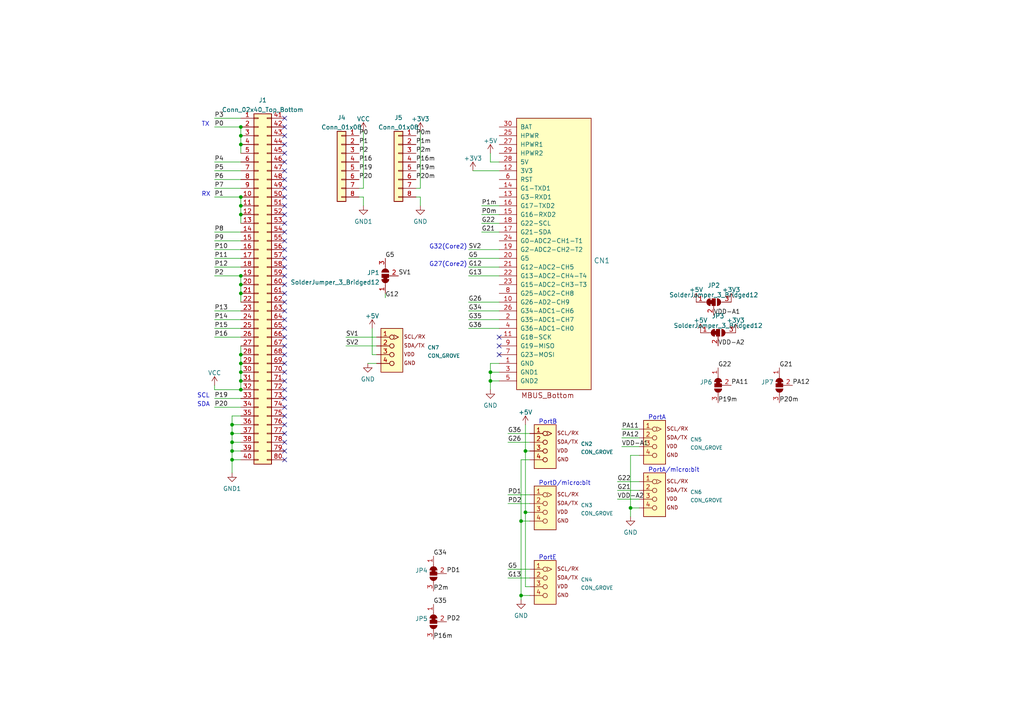
<source format=kicad_sch>
(kicad_sch (version 20211123) (generator eeschema)
  (paper "A4")
  (lib_symbols
    (symbol "Connector_Generic:Conn_01x08" (pin_names (offset 1.016) hide)
      (property "Reference" "J" (at 0 10.16 0))
      (property "Value" "Conn_01x08" (at 0 -12.7 0))
      (symbol "Conn_01x08_1_1"
        (rectangle (start -1.27 -10.033) (end 0 -10.287) (stroke (width 0.1524)))
        (rectangle (start -1.27 -7.493) (end 0 -7.747) (stroke (width 0.1524)))
        (rectangle (start -1.27 -4.953) (end 0 -5.207) (stroke (width 0.1524)))
        (rectangle (start -1.27 -2.413) (end 0 -2.667) (stroke (width 0.1524)))
        (rectangle (start -1.27 0.127) (end 0 -0.127) (stroke (width 0.1524)))
        (rectangle (start -1.27 2.667) (end 0 2.413) (stroke (width 0.1524)))
        (rectangle (start -1.27 5.207) (end 0 4.953) (stroke (width 0.1524)))
        (rectangle (start -1.27 7.747) (end 0 7.493) (stroke (width 0.1524)))
        (rectangle (start -1.27 8.89) (end 1.27 -11.43) (stroke (width 0.254)) (fill (type background)))
        (pin passive line (at -5.08 7.62 0) (length 3.81) (name "Pin_1") (number "1"))
        (pin passive line (at -5.08 5.08 0) (length 3.81) (name "Pin_2") (number "2"))
        (pin passive line (at -5.08 2.54 0) (length 3.81) (name "Pin_3") (number "3"))
        (pin passive line (at -5.08 0 0) (length 3.81) (name "Pin_4") (number "4"))
        (pin passive line (at -5.08 -2.54 0) (length 3.81) (name "Pin_5") (number "5"))
        (pin passive line (at -5.08 -5.08 0) (length 3.81) (name "Pin_6") (number "6"))
        (pin passive line (at -5.08 -7.62 0) (length 3.81) (name "Pin_7") (number "7"))
        (pin passive line (at -5.08 -10.16 0) (length 3.81) (name "Pin_8") (number "8"))
      )
    )
    (symbol "Connector_Generic:Conn_02x40_Top_Bottom" (pin_names (offset 1.016) hide)
      (property "Reference" "J" (at 1.27 50.8 0))
      (property "Value" "Conn_02x40_Top_Bottom" (at 1.27 -53.34 0))
      (symbol "Conn_02x40_Top_Bottom_1_1"
        (rectangle (start -1.27 -50.673) (end 0 -50.927) (stroke (width 0.1524)))
        (rectangle (start -1.27 -48.133) (end 0 -48.387) (stroke (width 0.1524)))
        (rectangle (start -1.27 -45.593) (end 0 -45.847) (stroke (width 0.1524)))
        (rectangle (start -1.27 -43.053) (end 0 -43.307) (stroke (width 0.1524)))
        (rectangle (start -1.27 -40.513) (end 0 -40.767) (stroke (width 0.1524)))
        (rectangle (start -1.27 -37.973) (end 0 -38.227) (stroke (width 0.1524)))
        (rectangle (start -1.27 -35.433) (end 0 -35.687) (stroke (width 0.1524)))
        (rectangle (start -1.27 -32.893) (end 0 -33.147) (stroke (width 0.1524)))
        (rectangle (start -1.27 -30.353) (end 0 -30.607) (stroke (width 0.1524)))
        (rectangle (start -1.27 -27.813) (end 0 -28.067) (stroke (width 0.1524)))
        (rectangle (start -1.27 -25.273) (end 0 -25.527) (stroke (width 0.1524)))
        (rectangle (start -1.27 -22.733) (end 0 -22.987) (stroke (width 0.1524)))
        (rectangle (start -1.27 -20.193) (end 0 -20.447) (stroke (width 0.1524)))
        (rectangle (start -1.27 -17.653) (end 0 -17.907) (stroke (width 0.1524)))
        (rectangle (start -1.27 -15.113) (end 0 -15.367) (stroke (width 0.1524)))
        (rectangle (start -1.27 -12.573) (end 0 -12.827) (stroke (width 0.1524)))
        (rectangle (start -1.27 -10.033) (end 0 -10.287) (stroke (width 0.1524)))
        (rectangle (start -1.27 -7.493) (end 0 -7.747) (stroke (width 0.1524)))
        (rectangle (start -1.27 -4.953) (end 0 -5.207) (stroke (width 0.1524)))
        (rectangle (start -1.27 -2.413) (end 0 -2.667) (stroke (width 0.1524)))
        (rectangle (start -1.27 0.127) (end 0 -0.127) (stroke (width 0.1524)))
        (rectangle (start -1.27 2.667) (end 0 2.413) (stroke (width 0.1524)))
        (rectangle (start -1.27 5.207) (end 0 4.953) (stroke (width 0.1524)))
        (rectangle (start -1.27 7.747) (end 0 7.493) (stroke (width 0.1524)))
        (rectangle (start -1.27 10.287) (end 0 10.033) (stroke (width 0.1524)))
        (rectangle (start -1.27 12.827) (end 0 12.573) (stroke (width 0.1524)))
        (rectangle (start -1.27 15.367) (end 0 15.113) (stroke (width 0.1524)))
        (rectangle (start -1.27 17.907) (end 0 17.653) (stroke (width 0.1524)))
        (rectangle (start -1.27 20.447) (end 0 20.193) (stroke (width 0.1524)))
        (rectangle (start -1.27 22.987) (end 0 22.733) (stroke (width 0.1524)))
        (rectangle (start -1.27 25.527) (end 0 25.273) (stroke (width 0.1524)))
        (rectangle (start -1.27 28.067) (end 0 27.813) (stroke (width 0.1524)))
        (rectangle (start -1.27 30.607) (end 0 30.353) (stroke (width 0.1524)))
        (rectangle (start -1.27 33.147) (end 0 32.893) (stroke (width 0.1524)))
        (rectangle (start -1.27 35.687) (end 0 35.433) (stroke (width 0.1524)))
        (rectangle (start -1.27 38.227) (end 0 37.973) (stroke (width 0.1524)))
        (rectangle (start -1.27 40.767) (end 0 40.513) (stroke (width 0.1524)))
        (rectangle (start -1.27 43.307) (end 0 43.053) (stroke (width 0.1524)))
        (rectangle (start -1.27 45.847) (end 0 45.593) (stroke (width 0.1524)))
        (rectangle (start -1.27 48.387) (end 0 48.133) (stroke (width 0.1524)))
        (rectangle (start -1.27 49.53) (end 3.81 -52.07) (stroke (width 0.254)) (fill (type background)))
        (rectangle (start 3.81 -50.673) (end 2.54 -50.927) (stroke (width 0.1524)))
        (rectangle (start 3.81 -48.133) (end 2.54 -48.387) (stroke (width 0.1524)))
        (rectangle (start 3.81 -45.593) (end 2.54 -45.847) (stroke (width 0.1524)))
        (rectangle (start 3.81 -43.053) (end 2.54 -43.307) (stroke (width 0.1524)))
        (rectangle (start 3.81 -40.513) (end 2.54 -40.767) (stroke (width 0.1524)))
        (rectangle (start 3.81 -37.973) (end 2.54 -38.227) (stroke (width 0.1524)))
        (rectangle (start 3.81 -35.433) (end 2.54 -35.687) (stroke (width 0.1524)))
        (rectangle (start 3.81 -32.893) (end 2.54 -33.147) (stroke (width 0.1524)))
        (rectangle (start 3.81 -30.353) (end 2.54 -30.607) (stroke (width 0.1524)))
        (rectangle (start 3.81 -27.813) (end 2.54 -28.067) (stroke (width 0.1524)))
        (rectangle (start 3.81 -25.273) (end 2.54 -25.527) (stroke (width 0.1524)))
        (rectangle (start 3.81 -22.733) (end 2.54 -22.987) (stroke (width 0.1524)))
        (rectangle (start 3.81 -20.193) (end 2.54 -20.447) (stroke (width 0.1524)))
        (rectangle (start 3.81 -17.653) (end 2.54 -17.907) (stroke (width 0.1524)))
        (rectangle (start 3.81 -15.113) (end 2.54 -15.367) (stroke (width 0.1524)))
        (rectangle (start 3.81 -12.573) (end 2.54 -12.827) (stroke (width 0.1524)))
        (rectangle (start 3.81 -10.033) (end 2.54 -10.287) (stroke (width 0.1524)))
        (rectangle (start 3.81 -7.493) (end 2.54 -7.747) (stroke (width 0.1524)))
        (rectangle (start 3.81 -4.953) (end 2.54 -5.207) (stroke (width 0.1524)))
        (rectangle (start 3.81 -2.413) (end 2.54 -2.667) (stroke (width 0.1524)))
        (rectangle (start 3.81 0.127) (end 2.54 -0.127) (stroke (width 0.1524)))
        (rectangle (start 3.81 2.667) (end 2.54 2.413) (stroke (width 0.1524)))
        (rectangle (start 3.81 5.207) (end 2.54 4.953) (stroke (width 0.1524)))
        (rectangle (start 3.81 7.747) (end 2.54 7.493) (stroke (width 0.1524)))
        (rectangle (start 3.81 10.287) (end 2.54 10.033) (stroke (width 0.1524)))
        (rectangle (start 3.81 12.827) (end 2.54 12.573) (stroke (width 0.1524)))
        (rectangle (start 3.81 15.367) (end 2.54 15.113) (stroke (width 0.1524)))
        (rectangle (start 3.81 17.907) (end 2.54 17.653) (stroke (width 0.1524)))
        (rectangle (start 3.81 20.447) (end 2.54 20.193) (stroke (width 0.1524)))
        (rectangle (start 3.81 22.987) (end 2.54 22.733) (stroke (width 0.1524)))
        (rectangle (start 3.81 25.527) (end 2.54 25.273) (stroke (width 0.1524)))
        (rectangle (start 3.81 28.067) (end 2.54 27.813) (stroke (width 0.1524)))
        (rectangle (start 3.81 30.607) (end 2.54 30.353) (stroke (width 0.1524)))
        (rectangle (start 3.81 33.147) (end 2.54 32.893) (stroke (width 0.1524)))
        (rectangle (start 3.81 35.687) (end 2.54 35.433) (stroke (width 0.1524)))
        (rectangle (start 3.81 38.227) (end 2.54 37.973) (stroke (width 0.1524)))
        (rectangle (start 3.81 40.767) (end 2.54 40.513) (stroke (width 0.1524)))
        (rectangle (start 3.81 43.307) (end 2.54 43.053) (stroke (width 0.1524)))
        (rectangle (start 3.81 45.847) (end 2.54 45.593) (stroke (width 0.1524)))
        (rectangle (start 3.81 48.387) (end 2.54 48.133) (stroke (width 0.1524)))
        (pin passive line (at -5.08 48.26 0) (length 3.81) (name "Pin_1") (number "1"))
        (pin passive line (at -5.08 25.4 0) (length 3.81) (name "Pin_10") (number "10"))
        (pin passive line (at -5.08 22.86 0) (length 3.81) (name "Pin_11") (number "11"))
        (pin passive line (at -5.08 20.32 0) (length 3.81) (name "Pin_12") (number "12"))
        (pin passive line (at -5.08 17.78 0) (length 3.81) (name "Pin_13") (number "13"))
        (pin passive line (at -5.08 15.24 0) (length 3.81) (name "Pin_14") (number "14"))
        (pin passive line (at -5.08 12.7 0) (length 3.81) (name "Pin_15") (number "15"))
        (pin passive line (at -5.08 10.16 0) (length 3.81) (name "Pin_16") (number "16"))
        (pin passive line (at -5.08 7.62 0) (length 3.81) (name "Pin_17") (number "17"))
        (pin passive line (at -5.08 5.08 0) (length 3.81) (name "Pin_18") (number "18"))
        (pin passive line (at -5.08 2.54 0) (length 3.81) (name "Pin_19") (number "19"))
        (pin passive line (at -5.08 45.72 0) (length 3.81) (name "Pin_2") (number "2"))
        (pin passive line (at -5.08 0 0) (length 3.81) (name "Pin_20") (number "20"))
        (pin passive line (at -5.08 -2.54 0) (length 3.81) (name "Pin_21") (number "21"))
        (pin passive line (at -5.08 -5.08 0) (length 3.81) (name "Pin_22") (number "22"))
        (pin passive line (at -5.08 -7.62 0) (length 3.81) (name "Pin_23") (number "23"))
        (pin passive line (at -5.08 -10.16 0) (length 3.81) (name "Pin_24") (number "24"))
        (pin passive line (at -5.08 -12.7 0) (length 3.81) (name "Pin_25") (number "25"))
        (pin passive line (at -5.08 -15.24 0) (length 3.81) (name "Pin_26") (number "26"))
        (pin passive line (at -5.08 -17.78 0) (length 3.81) (name "Pin_27") (number "27"))
        (pin passive line (at -5.08 -20.32 0) (length 3.81) (name "Pin_28") (number "28"))
        (pin passive line (at -5.08 -22.86 0) (length 3.81) (name "Pin_29") (number "29"))
        (pin passive line (at -5.08 43.18 0) (length 3.81) (name "Pin_3") (number "3"))
        (pin passive line (at -5.08 -25.4 0) (length 3.81) (name "Pin_30") (number "30"))
        (pin passive line (at -5.08 -27.94 0) (length 3.81) (name "Pin_31") (number "31"))
        (pin passive line (at -5.08 -30.48 0) (length 3.81) (name "Pin_32") (number "32"))
        (pin passive line (at -5.08 -33.02 0) (length 3.81) (name "Pin_33") (number "33"))
        (pin passive line (at -5.08 -35.56 0) (length 3.81) (name "Pin_34") (number "34"))
        (pin passive line (at -5.08 -38.1 0) (length 3.81) (name "Pin_35") (number "35"))
        (pin passive line (at -5.08 -40.64 0) (length 3.81) (name "Pin_36") (number "36"))
        (pin passive line (at -5.08 -43.18 0) (length 3.81) (name "Pin_37") (number "37"))
        (pin passive line (at -5.08 -45.72 0) (length 3.81) (name "Pin_38") (number "38"))
        (pin passive line (at -5.08 -48.26 0) (length 3.81) (name "Pin_39") (number "39"))
        (pin passive line (at -5.08 40.64 0) (length 3.81) (name "Pin_4") (number "4"))
        (pin passive line (at -5.08 -50.8 0) (length 3.81) (name "Pin_40") (number "40"))
        (pin passive line (at 7.62 48.26 180) (length 3.81) (name "Pin_41") (number "41"))
        (pin passive line (at 7.62 45.72 180) (length 3.81) (name "Pin_42") (number "42"))
        (pin passive line (at 7.62 43.18 180) (length 3.81) (name "Pin_43") (number "43"))
        (pin passive line (at 7.62 40.64 180) (length 3.81) (name "Pin_44") (number "44"))
        (pin passive line (at 7.62 38.1 180) (length 3.81) (name "Pin_45") (number "45"))
        (pin passive line (at 7.62 35.56 180) (length 3.81) (name "Pin_46") (number "46"))
        (pin passive line (at 7.62 33.02 180) (length 3.81) (name "Pin_47") (number "47"))
        (pin passive line (at 7.62 30.48 180) (length 3.81) (name "Pin_48") (number "48"))
        (pin passive line (at 7.62 27.94 180) (length 3.81) (name "Pin_49") (number "49"))
        (pin passive line (at -5.08 38.1 0) (length 3.81) (name "Pin_5") (number "5"))
        (pin passive line (at 7.62 25.4 180) (length 3.81) (name "Pin_50") (number "50"))
        (pin passive line (at 7.62 22.86 180) (length 3.81) (name "Pin_51") (number "51"))
        (pin passive line (at 7.62 20.32 180) (length 3.81) (name "Pin_52") (number "52"))
        (pin passive line (at 7.62 17.78 180) (length 3.81) (name "Pin_53") (number "53"))
        (pin passive line (at 7.62 15.24 180) (length 3.81) (name "Pin_54") (number "54"))
        (pin passive line (at 7.62 12.7 180) (length 3.81) (name "Pin_55") (number "55"))
        (pin passive line (at 7.62 10.16 180) (length 3.81) (name "Pin_56") (number "56"))
        (pin passive line (at 7.62 7.62 180) (length 3.81) (name "Pin_57") (number "57"))
        (pin passive line (at 7.62 5.08 180) (length 3.81) (name "Pin_58") (number "58"))
        (pin passive line (at 7.62 2.54 180) (length 3.81) (name "Pin_59") (number "59"))
        (pin passive line (at -5.08 35.56 0) (length 3.81) (name "Pin_6") (number "6"))
        (pin passive line (at 7.62 0 180) (length 3.81) (name "Pin_60") (number "60"))
        (pin passive line (at 7.62 -2.54 180) (length 3.81) (name "Pin_61") (number "61"))
        (pin passive line (at 7.62 -5.08 180) (length 3.81) (name "Pin_62") (number "62"))
        (pin passive line (at 7.62 -7.62 180) (length 3.81) (name "Pin_63") (number "63"))
        (pin passive line (at 7.62 -10.16 180) (length 3.81) (name "Pin_64") (number "64"))
        (pin passive line (at 7.62 -12.7 180) (length 3.81) (name "Pin_65") (number "65"))
        (pin passive line (at 7.62 -15.24 180) (length 3.81) (name "Pin_66") (number "66"))
        (pin passive line (at 7.62 -17.78 180) (length 3.81) (name "Pin_67") (number "67"))
        (pin passive line (at 7.62 -20.32 180) (length 3.81) (name "Pin_68") (number "68"))
        (pin passive line (at 7.62 -22.86 180) (length 3.81) (name "Pin_69") (number "69"))
        (pin passive line (at -5.08 33.02 0) (length 3.81) (name "Pin_7") (number "7"))
        (pin passive line (at 7.62 -25.4 180) (length 3.81) (name "Pin_70") (number "70"))
        (pin passive line (at 7.62 -27.94 180) (length 3.81) (name "Pin_71") (number "71"))
        (pin passive line (at 7.62 -30.48 180) (length 3.81) (name "Pin_72") (number "72"))
        (pin passive line (at 7.62 -33.02 180) (length 3.81) (name "Pin_73") (number "73"))
        (pin passive line (at 7.62 -35.56 180) (length 3.81) (name "Pin_74") (number "74"))
        (pin passive line (at 7.62 -38.1 180) (length 3.81) (name "Pin_75") (number "75"))
        (pin passive line (at 7.62 -40.64 180) (length 3.81) (name "Pin_76") (number "76"))
        (pin passive line (at 7.62 -43.18 180) (length 3.81) (name "Pin_77") (number "77"))
        (pin passive line (at 7.62 -45.72 180) (length 3.81) (name "Pin_78") (number "78"))
        (pin passive line (at 7.62 -48.26 180) (length 3.81) (name "Pin_79") (number "79"))
        (pin passive line (at -5.08 30.48 0) (length 3.81) (name "Pin_8") (number "8"))
        (pin passive line (at 7.62 -50.8 180) (length 3.81) (name "Pin_80") (number "80"))
        (pin passive line (at -5.08 27.94 0) (length 3.81) (name "Pin_9") (number "9"))
      )
    )
    (symbol "Jumper:SolderJumper_3_Bridged12" (pin_names (offset 0) hide)
      (property "Reference" "JP" (at -2.54 -2.54 0))
      (property "Value" "SolderJumper_3_Bridged12" (at 0 2.794 0))
      (symbol "SolderJumper_3_Bridged12_0_1"
        (rectangle (start -1.016 0.508) (end -0.508 -0.508) (fill (type outline)))
        (arc (start -1.016 1.016) (mid -2.032 0) (end -1.016 -1.016))
        (arc (start -1.016 1.016) (mid -2.032 0) (end -1.016 -1.016) (fill (type outline)))
        (rectangle (start -0.508 1.016) (end 0.508 -1.016) (fill (type outline)))
        (polyline (pts (xy -2.54 0) (xy -2.032 0)))
        (polyline (pts (xy -1.016 1.016) (xy -1.016 -1.016)))
        (polyline (pts (xy 0 -1.27) (xy 0 -1.016)))
        (polyline (pts (xy 1.016 1.016) (xy 1.016 -1.016)))
        (polyline (pts (xy 2.54 0) (xy 2.032 0)))
        (arc (start 1.016 -1.016) (mid 2.032 0) (end 1.016 1.016))
        (arc (start 1.016 -1.016) (mid 2.032 0) (end 1.016 1.016) (fill (type outline)))
      )
      (symbol "SolderJumper_3_Bridged12_1_1"
        (pin passive line (at -5.08 0 0) (length 2.54) (name "A") (number "1"))
        (pin input line (at 0 -3.81 90) (length 2.54) (name "C") (number "2"))
        (pin passive line (at 5.08 0 180) (length 2.54) (name "B") (number "3"))
      )
    )
    (symbol "akita:CON_GROVE" (pin_names (offset 1.016))
      (property "Reference" "CN" (at 0 3.81 0))
      (property "Value" "CON_GROVE" (at 3.81 -5.08 90))
      (symbol "CON_GROVE_1_0"
        (text "GND" (at 5.334 -5.588 0) (effects (font (size 1.0668 1.0668)) (justify left bottom)))
        (text "SCL/RX" (at 5.334 2.032 0) (effects (font (size 1.0668 1.0668)) (justify left bottom)))
        (text "SDA/TX" (at 5.334 -0.508 0) (effects (font (size 1.0668 1.0668)) (justify left bottom)))
        (text "VDD" (at 5.334 -3.048 0) (effects (font (size 1.0668 1.0668)) (justify left bottom)))
        (pin bidirectional inverted_clock (at -2.54 2.54 0) (length 5.08) (name "1") (number "1"))
        (pin bidirectional inverted (at -2.54 0 0) (length 5.08) (name "2") (number "2"))
        (pin bidirectional inverted (at -2.54 -2.54 0) (length 5.08) (name "3") (number "3"))
        (pin bidirectional inverted (at -2.54 -5.08 0) (length 5.08) (name "4") (number "4"))
      )
      (symbol "CON_GROVE_1_1"
        (rectangle (start -1.27 5.08) (end 5.08 -7.62) (stroke (width 0.2032)) (fill (type background)))
      )
    )
    (symbol "akita:CON_MBUS_bottom" (pin_names (offset 1.016))
      (property "Reference" "CN" (at -11.43 35.56 0))
      (symbol "CON_MBUS_bottom_1_0"
        (rectangle (start -11.43 35.56) (end 10.16 -43.18) (stroke (width 0.2032)) (fill (type background)))
        (text "MBUS_Bottom" (at -10.16 -45.72 0) (effects (font (size 1.4986 1.4986)) (justify left bottom)))
        (pin bidirectional line (at -16.51 -35.56 0) (length 5.08) (name "GND") (number "1"))
        (pin bidirectional line (at -16.51 -17.78 0) (length 5.08) (name "G26-AD2-CH9") (number "10"))
        (pin bidirectional line (at -16.51 -27.94 0) (length 5.08) (name "G18-SCK") (number "11"))
        (pin bidirectional line (at -16.51 20.32 0) (length 5.08) (name "3V3") (number "12"))
        (pin bidirectional line (at -16.51 12.7 0) (length 5.08) (name "G3-RXD1") (number "13"))
        (pin bidirectional line (at -16.51 15.24 0) (length 5.08) (name "G1-TXD1") (number "14"))
        (pin bidirectional line (at -16.51 7.62 0) (length 5.08) (name "G16-RXD2") (number "15"))
        (pin bidirectional line (at -16.51 10.16 0) (length 5.08) (name "G17-TXD2") (number "16"))
        (pin bidirectional line (at -16.51 2.54 0) (length 5.08) (name "G21-SDA") (number "17"))
        (pin bidirectional line (at -16.51 5.08 0) (length 5.08) (name "G22-SCL") (number "18"))
        (pin bidirectional line (at -16.51 -2.54 0) (length 5.08) (name "G2-ADC2-CH2-T2") (number "19"))
        (pin bidirectional line (at -16.51 -22.86 0) (length 5.08) (name "G35-ADC1-CH7") (number "2"))
        (pin bidirectional line (at -16.51 -5.08 0) (length 5.08) (name "G5") (number "20"))
        (pin bidirectional line (at -16.51 -7.62 0) (length 5.08) (name "G12-ADC2-CH5") (number "21"))
        (pin bidirectional line (at -16.51 -10.16 0) (length 5.08) (name "G13-ADC2-CH4-T4") (number "22"))
        (pin bidirectional line (at -16.51 -12.7 0) (length 5.08) (name "G15-ADC2-CH3-T3") (number "23"))
        (pin bidirectional line (at -16.51 0 0) (length 5.08) (name "G0-ADC2-CH1-T1") (number "24"))
        (pin bidirectional line (at -16.51 30.48 0) (length 5.08) (name "HPWR") (number "25"))
        (pin bidirectional line (at -16.51 -20.32 0) (length 5.08) (name "G34-ADC1-CH6") (number "26"))
        (pin bidirectional line (at -16.51 27.94 0) (length 5.08) (name "HPWR1") (number "27"))
        (pin bidirectional line (at -16.51 22.86 0) (length 5.08) (name "5V") (number "28"))
        (pin bidirectional line (at -16.51 25.4 0) (length 5.08) (name "HPWR2") (number "29"))
        (pin bidirectional line (at -16.51 -38.1 0) (length 5.08) (name "GND1") (number "3"))
        (pin bidirectional line (at -16.51 33.02 0) (length 5.08) (name "BAT") (number "30"))
        (pin bidirectional line (at -16.51 -25.4 0) (length 5.08) (name "G36-ADC1-CH0") (number "4"))
        (pin bidirectional line (at -16.51 -40.64 0) (length 5.08) (name "GND2") (number "5"))
        (pin bidirectional line (at -16.51 17.78 0) (length 5.08) (name "RST") (number "6"))
        (pin bidirectional line (at -16.51 -33.02 0) (length 5.08) (name "G23-MOSI") (number "7"))
        (pin bidirectional line (at -16.51 -15.24 0) (length 5.08) (name "G25-ADC2-CH8") (number "8"))
        (pin bidirectional line (at -16.51 -30.48 0) (length 5.08) (name "G19-MISO") (number "9"))
      )
    )
    (symbol "power:+3V3" (power) (pin_names (offset 0))
      (property "Value" "+3V3" (at 0 3.556 0))
      (symbol "+3V3_0_1"
        (polyline (pts (xy -0.762 1.27) (xy 0 2.54)))
        (polyline (pts (xy 0 0) (xy 0 2.54)))
        (polyline (pts (xy 0 2.54) (xy 0.762 1.27)))
      )
      (symbol "+3V3_1_1"
        (pin power_in line (at 0 0 90) (length 0) hide (name "+3V3") (number "1"))
      )
    )
    (symbol "power:+5V" (power) (pin_names (offset 0))
      (property "Value" "+5V" (at 0 3.556 0))
      (symbol "+5V_0_1"
        (polyline (pts (xy -0.762 1.27) (xy 0 2.54)))
        (polyline (pts (xy 0 0) (xy 0 2.54)))
        (polyline (pts (xy 0 2.54) (xy 0.762 1.27)))
      )
      (symbol "+5V_1_1"
        (pin power_in line (at 0 0 90) (length 0) hide (name "+5V") (number "1"))
      )
    )
    (symbol "power:GND" (power) (pin_names (offset 0))
      (property "Value" "GND" (at 0 -3.81 0))
      (symbol "GND_0_1"
        (polyline (pts (xy 0 0) (xy 0 -1.27) (xy 1.27 -1.27) (xy 0 -2.54) (xy -1.27 -1.27) (xy 0 -1.27)))
      )
      (symbol "GND_1_1"
        (pin power_in line (at 0 0 270) (length 0) hide (name "GND") (number "1"))
      )
    )
    (symbol "power:GND1" (power) (pin_names (offset 0))
      (property "Value" "GND1" (at 0 -3.81 0))
      (symbol "GND1_0_1"
        (polyline (pts (xy 0 0) (xy 0 -1.27) (xy 1.27 -1.27) (xy 0 -2.54) (xy -1.27 -1.27) (xy 0 -1.27)))
      )
      (symbol "GND1_1_1"
        (pin power_in line (at 0 0 270) (length 0) hide (name "GND1") (number "1"))
      )
    )
    (symbol "power:VCC" (power) (pin_names (offset 0))
      (property "Value" "VCC" (at 0 3.81 0))
      (symbol "VCC_0_1"
        (polyline (pts (xy -0.762 1.27) (xy 0 2.54)))
        (polyline (pts (xy 0 0) (xy 0 2.54)))
        (polyline (pts (xy 0 2.54) (xy 0.762 1.27)))
      )
      (symbol "VCC_1_1"
        (pin power_in line (at 0 0 90) (length 0) hide (name "VCC") (number "1"))
      )
    )
  )
  (junction (at 67.31 133.35))
  (junction (at 142.24 107.95))
  (junction (at 69.85 36.83))
  (junction (at 69.85 80.01))
  (junction (at 67.31 125.73))
  (junction (at 67.31 128.27))
  (junction (at 69.85 110.49))
  (junction (at 69.85 105.41))
  (junction (at 69.85 113.03))
  (junction (at 152.4 130.81))
  (junction (at 69.85 85.09))
  (junction (at 67.31 130.81))
  (junction (at 182.88 147.32))
  (junction (at 69.85 62.23))
  (junction (at 152.4 148.59))
  (junction (at 69.85 57.15))
  (junction (at 142.24 110.49))
  (junction (at 151.13 151.13))
  (junction (at 69.85 82.55))
  (junction (at 69.85 102.87))
  (junction (at 69.85 107.95))
  (junction (at 69.85 59.69))
  (junction (at 151.13 172.72))
  (junction (at 69.85 39.37))
  (junction (at 69.85 41.91))
  (junction (at 67.31 123.19))
  (no_connect (at 82.55 82.55))
  (no_connect (at 82.55 125.73))
  (no_connect (at 82.55 90.17))
  (no_connect (at 82.55 113.03))
  (no_connect (at 82.55 97.79))
  (no_connect (at 82.55 39.37))
  (no_connect (at 82.55 110.49))
  (no_connect (at 82.55 85.09))
  (no_connect (at 82.55 115.57))
  (no_connect (at 144.78 100.33))
  (no_connect (at 144.78 102.87))
  (no_connect (at 82.55 133.35))
  (no_connect (at 144.78 97.79))
  (no_connect (at 82.55 54.61))
  (no_connect (at 82.55 95.25))
  (no_connect (at 82.55 57.15))
  (no_connect (at 82.55 67.31))
  (no_connect (at 82.55 59.69))
  (no_connect (at 82.55 105.41))
  (no_connect (at 82.55 64.77))
  (no_connect (at 82.55 36.83))
  (no_connect (at 82.55 34.29))
  (no_connect (at 82.55 77.47))
  (no_connect (at 82.55 120.65))
  (no_connect (at 82.55 100.33))
  (no_connect (at 82.55 128.27))
  (no_connect (at 82.55 44.45))
  (no_connect (at 82.55 62.23))
  (no_connect (at 82.55 87.63))
  (no_connect (at 82.55 123.19))
  (no_connect (at 82.55 80.01))
  (no_connect (at 82.55 92.71))
  (no_connect (at 82.55 72.39))
  (no_connect (at 82.55 49.53))
  (no_connect (at 82.55 118.11))
  (no_connect (at 82.55 102.87))
  (no_connect (at 82.55 69.85))
  (no_connect (at 82.55 41.91))
  (no_connect (at 82.55 52.07))
  (no_connect (at 82.55 46.99))
  (no_connect (at 82.55 130.81))
  (no_connect (at 82.55 74.93))
  (no_connect (at 82.55 107.95))
  (wire (pts (xy 144.78 105.41) (xy 142.24 105.41)))
  (wire (pts (xy 69.85 120.65) (xy 67.31 120.65)))
  (wire (pts (xy 62.23 80.01) (xy 69.85 80.01)))
  (wire (pts (xy 105.41 54.61) (xy 105.41 38.1)))
  (wire (pts (xy 62.23 113.03) (xy 69.85 113.03)))
  (wire (pts (xy 147.32 146.05) (xy 153.67 146.05)))
  (wire (pts (xy 69.85 36.83) (xy 69.85 39.37)))
  (wire (pts (xy 137.16 49.53) (xy 144.78 49.53)))
  (wire (pts (xy 69.85 80.01) (xy 69.85 82.55)))
  (wire (pts (xy 147.32 128.27) (xy 153.67 128.27)))
  (wire (pts (xy 69.85 39.37) (xy 69.85 41.91)))
  (wire (pts (xy 67.31 120.65) (xy 67.31 123.19)))
  (wire (pts (xy 109.22 97.79) (xy 100.33 97.79)))
  (wire (pts (xy 67.31 128.27) (xy 67.31 130.81)))
  (wire (pts (xy 152.4 130.81) (xy 152.4 123.19)))
  (wire (pts (xy 120.65 57.15) (xy 121.92 57.15)))
  (wire (pts (xy 69.85 57.15) (xy 69.85 59.69)))
  (wire (pts (xy 62.23 69.85) (xy 69.85 69.85)))
  (wire (pts (xy 67.31 123.19) (xy 69.85 123.19)))
  (wire (pts (xy 62.23 49.53) (xy 69.85 49.53)))
  (wire (pts (xy 69.85 59.69) (xy 69.85 62.23)))
  (wire (pts (xy 67.31 133.35) (xy 67.31 137.16)))
  (wire (pts (xy 62.23 57.15) (xy 69.85 57.15)))
  (wire (pts (xy 179.07 139.7) (xy 185.42 139.7)))
  (wire (pts (xy 105.41 57.15) (xy 105.41 59.69)))
  (wire (pts (xy 67.31 133.35) (xy 69.85 133.35)))
  (wire (pts (xy 69.85 107.95) (xy 69.85 110.49)))
  (wire (pts (xy 147.32 143.51) (xy 153.67 143.51)))
  (wire (pts (xy 111.76 85.09) (xy 111.76 86.36)))
  (wire (pts (xy 135.89 77.47) (xy 144.78 77.47)))
  (wire (pts (xy 121.92 57.15) (xy 121.92 59.69)))
  (wire (pts (xy 180.34 127) (xy 185.42 127)))
  (wire (pts (xy 151.13 151.13) (xy 151.13 172.72)))
  (wire (pts (xy 182.88 132.08) (xy 182.88 147.32)))
  (wire (pts (xy 185.42 124.46) (xy 180.34 124.46)))
  (wire (pts (xy 180.34 129.54) (xy 185.42 129.54)))
  (wire (pts (xy 135.89 87.63) (xy 144.78 87.63)))
  (wire (pts (xy 142.24 105.41) (xy 142.24 107.95)))
  (wire (pts (xy 153.67 151.13) (xy 151.13 151.13)))
  (wire (pts (xy 69.85 105.41) (xy 69.85 107.95)))
  (wire (pts (xy 67.31 125.73) (xy 67.31 128.27)))
  (wire (pts (xy 151.13 172.72) (xy 153.67 172.72)))
  (wire (pts (xy 62.23 111.76) (xy 62.23 113.03)))
  (wire (pts (xy 62.23 34.29) (xy 69.85 34.29)))
  (wire (pts (xy 106.68 105.41) (xy 109.22 105.41)))
  (wire (pts (xy 109.22 102.87) (xy 107.95 102.87)))
  (wire (pts (xy 62.23 97.79) (xy 69.85 97.79)))
  (wire (pts (xy 69.85 82.55) (xy 69.85 85.09)))
  (wire (pts (xy 182.88 147.32) (xy 182.88 149.86)))
  (wire (pts (xy 121.92 38.1) (xy 121.92 54.61)))
  (wire (pts (xy 152.4 148.59) (xy 152.4 130.81)))
  (wire (pts (xy 152.4 170.18) (xy 152.4 148.59)))
  (wire (pts (xy 144.78 46.99) (xy 142.24 46.99)))
  (wire (pts (xy 144.78 107.95) (xy 142.24 107.95)))
  (wire (pts (xy 147.32 125.73) (xy 153.67 125.73)))
  (wire (pts (xy 104.14 57.15) (xy 105.41 57.15)))
  (wire (pts (xy 67.31 125.73) (xy 69.85 125.73)))
  (wire (pts (xy 139.7 62.23) (xy 144.78 62.23)))
  (wire (pts (xy 142.24 110.49) (xy 142.24 113.03)))
  (wire (pts (xy 69.85 102.87) (xy 69.85 105.41)))
  (wire (pts (xy 62.23 95.25) (xy 69.85 95.25)))
  (wire (pts (xy 107.95 102.87) (xy 107.95 95.25)))
  (wire (pts (xy 142.24 110.49) (xy 144.78 110.49)))
  (wire (pts (xy 135.89 95.25) (xy 144.78 95.25)))
  (wire (pts (xy 135.89 92.71) (xy 144.78 92.71)))
  (wire (pts (xy 62.23 36.83) (xy 69.85 36.83)))
  (wire (pts (xy 62.23 74.93) (xy 69.85 74.93)))
  (wire (pts (xy 185.42 132.08) (xy 182.88 132.08)))
  (wire (pts (xy 62.23 90.17) (xy 69.85 90.17)))
  (wire (pts (xy 151.13 172.72) (xy 151.13 173.99)))
  (wire (pts (xy 62.23 118.11) (xy 69.85 118.11)))
  (wire (pts (xy 100.33 100.33) (xy 109.22 100.33)))
  (wire (pts (xy 135.89 74.93) (xy 144.78 74.93)))
  (wire (pts (xy 153.67 133.35) (xy 151.13 133.35)))
  (wire (pts (xy 135.89 72.39) (xy 144.78 72.39)))
  (wire (pts (xy 135.89 80.01) (xy 144.78 80.01)))
  (wire (pts (xy 139.7 67.31) (xy 144.78 67.31)))
  (wire (pts (xy 67.31 130.81) (xy 69.85 130.81)))
  (wire (pts (xy 182.88 147.32) (xy 185.42 147.32)))
  (wire (pts (xy 142.24 107.95) (xy 142.24 110.49)))
  (wire (pts (xy 147.32 167.64) (xy 153.67 167.64)))
  (wire (pts (xy 104.14 54.61) (xy 105.41 54.61)))
  (wire (pts (xy 151.13 133.35) (xy 151.13 151.13)))
  (wire (pts (xy 152.4 130.81) (xy 153.67 130.81)))
  (wire (pts (xy 67.31 123.19) (xy 67.31 125.73)))
  (wire (pts (xy 153.67 148.59) (xy 152.4 148.59)))
  (wire (pts (xy 69.85 41.91) (xy 69.85 44.45)))
  (wire (pts (xy 62.23 52.07) (xy 69.85 52.07)))
  (wire (pts (xy 62.23 67.31) (xy 69.85 67.31)))
  (wire (pts (xy 69.85 62.23) (xy 69.85 64.77)))
  (wire (pts (xy 139.7 64.77) (xy 144.78 64.77)))
  (wire (pts (xy 67.31 128.27) (xy 69.85 128.27)))
  (wire (pts (xy 120.65 54.61) (xy 121.92 54.61)))
  (wire (pts (xy 139.7 59.69) (xy 144.78 59.69)))
  (wire (pts (xy 179.07 144.78) (xy 185.42 144.78)))
  (wire (pts (xy 153.67 170.18) (xy 152.4 170.18)))
  (wire (pts (xy 69.85 100.33) (xy 69.85 102.87)))
  (wire (pts (xy 62.23 46.99) (xy 69.85 46.99)))
  (wire (pts (xy 142.24 46.99) (xy 142.24 44.45)))
  (wire (pts (xy 62.23 72.39) (xy 69.85 72.39)))
  (wire (pts (xy 62.23 115.57) (xy 69.85 115.57)))
  (wire (pts (xy 62.23 77.47) (xy 69.85 77.47)))
  (wire (pts (xy 69.85 110.49) (xy 69.85 113.03)))
  (wire (pts (xy 135.89 90.17) (xy 144.78 90.17)))
  (wire (pts (xy 62.23 92.71) (xy 69.85 92.71)))
  (wire (pts (xy 179.07 142.24) (xy 185.42 142.24)))
  (wire (pts (xy 67.31 130.81) (xy 67.31 133.35)))
  (wire (pts (xy 69.85 85.09) (xy 69.85 87.63)))
  (wire (pts (xy 147.32 165.1) (xy 153.67 165.1)))
  (wire (pts (xy 62.23 54.61) (xy 69.85 54.61)))
  (text "PortD/micro:bit" (at 156.21 140.97 0) (effects (font (size 1.27 1.27)) (justify left bottom)))
  (text "TX\n" (at 58.42 36.83 0) (effects (font (size 1.27 1.27)) (justify left bottom)))
  (text "PortA/micro:bit" (at 187.96 137.16 0) (effects (font (size 1.27 1.27)) (justify left bottom)))
  (text "PortB" (at 156.21 123.19 0) (effects (font (size 1.27 1.27)) (justify left bottom)))
  (text "RX" (at 58.42 57.15 0) (effects (font (size 1.27 1.27)) (justify left bottom)))
  (text "SDA\n" (at 57.15 118.11 0) (effects (font (size 1.27 1.27)) (justify left bottom)))
  (text "G32(Core2)" (at 124.46 72.39 0) (effects (font (size 1.27 1.27)) (justify left bottom)))
  (text "PortA" (at 187.96 121.92 0) (effects (font (size 1.27 1.27)) (justify left bottom)))
  (text "SCL" (at 57.15 115.57 0) (effects (font (size 1.27 1.27)) (justify left bottom)))
  (text "G27(Core2)" (at 124.46 77.47 0) (effects (font (size 1.27 1.27)) (justify left bottom)))
  (text "PortE" (at 156.21 162.56 0) (effects (font (size 1.27 1.27)) (justify left bottom)))
  (label "G26" (at 135.89 87.63 0))
  (label "P3" (at 62.23 34.29 0))
  (label "P19m" (at 120.65 49.53 0))
  (label "G21" (at 179.07 142.24 0))
  (label "G34" (at 125.73 161.29 0))
  (label "P2m" (at 120.65 44.45 0))
  (label "G35" (at 135.89 92.71 0))
  (label "P8" (at 62.23 67.31 0))
  (label "P15" (at 62.23 95.25 0))
  (label "P0" (at 104.14 39.37 0))
  (label "G35" (at 125.73 175.26 0))
  (label "PA12" (at 229.87 111.76 0))
  (label "G21" (at 226.06 106.68 0))
  (label "P20" (at 104.14 52.07 0))
  (label "G5" (at 111.76 74.93 0))
  (label "P6" (at 62.23 52.07 0))
  (label "SV2" (at 100.33 100.33 0))
  (label "PA12" (at 180.34 127 0))
  (label "P16" (at 104.14 46.99 0))
  (label "P16" (at 62.23 97.79 0))
  (label "P7" (at 62.23 54.61 0))
  (label "P9" (at 62.23 69.85 0))
  (label "VDD-A2" (at 208.28 100.33 0))
  (label "G5" (at 135.89 74.93 0))
  (label "P4" (at 62.23 46.99 0))
  (label "P1" (at 104.14 41.91 0))
  (label "VDD-A1" (at 207.01 91.44 0))
  (label "P13" (at 62.23 90.17 0))
  (label "P16m" (at 120.65 46.99 0))
  (label "G13" (at 135.89 80.01 0))
  (label "PA11" (at 180.34 124.46 0))
  (label "P20" (at 62.23 118.11 0))
  (label "PA11" (at 212.09 111.76 0))
  (label "G12" (at 135.89 77.47 0))
  (label "P0" (at 62.23 36.83 0))
  (label "G34" (at 135.89 90.17 0))
  (label "P19" (at 104.14 49.53 0))
  (label "P1" (at 62.23 57.15 0))
  (label "G5" (at 147.32 165.1 0))
  (label "PD1" (at 129.54 166.37 0))
  (label "VDD-A2" (at 179.07 144.78 0))
  (label "P14" (at 62.23 92.71 0))
  (label "SV1" (at 115.57 80.01 0))
  (label "P16m" (at 125.73 185.42 0))
  (label "SV1" (at 100.33 97.79 0))
  (label "P0m" (at 120.65 39.37 0))
  (label "P19m" (at 208.28 116.84 0))
  (label "P2m" (at 125.73 171.45 0))
  (label "P19" (at 62.23 115.57 0))
  (label "PD1" (at 147.32 143.51 0))
  (label "G36" (at 135.89 95.25 0))
  (label "G13" (at 147.32 167.64 0))
  (label "G21" (at 139.7 67.31 0))
  (label "VDD-A1" (at 180.34 129.54 0))
  (label "P10" (at 62.23 72.39 0))
  (label "PD2" (at 129.54 180.34 0))
  (label "G12" (at 111.76 86.36 0))
  (label "P20m" (at 226.06 116.84 0))
  (label "P2" (at 62.23 80.01 0))
  (label "P20m" (at 120.65 52.07 0))
  (label "P0m" (at 139.7 62.23 0))
  (label "P2" (at 104.14 44.45 0))
  (label "G26" (at 147.32 128.27 0))
  (label "PD2" (at 147.32 146.05 0))
  (label "G22" (at 139.7 64.77 0))
  (label "P1m" (at 139.7 59.69 0))
  (label "P12" (at 62.23 77.47 0))
  (label "SV2" (at 135.89 72.39 0))
  (label "G22" (at 179.07 139.7 0))
  (label "P5" (at 62.23 49.53 0))
  (label "P1m" (at 120.65 41.91 0))
  (label "G36" (at 147.32 125.73 0))
  (label "P11" (at 62.23 74.93 0))
  (label "G22" (at 208.28 106.68 0))
  (symbol (lib_id "Jumper:SolderJumper_3_Bridged12") (at 208.28 96.52 0) (unit 1)
    (property "Reference" "JP3" (at 208.28 91.6645 0))
    (property "Value" "SolderJumper_3_Bridged12" (at 208.28 94.4396 0))
    (property "Footprint" "Jumper:SolderJumper-3_P1.3mm_Bridged2Bar12_Pad1.0x1.5mm" (effects hide))
  )
  (symbol (lib_id "Jumper:SolderJumper_3_Bridged12") (at 111.76 80.01 90) (unit 1)
    (property "Reference" "JP1" (at 110.1091 79.1015 90) (effects (justify left)))
    (property "Value" "SolderJumper_3_Bridged12" (at 110.1091 81.8766 90) (effects (justify left)))
    (property "Footprint" "Jumper:SolderJumper-3_P1.3mm_Bridged2Bar12_Pad1.0x1.5mm" (effects hide))
  )
  (symbol (lib_id "power:+5V") (at 142.24 44.45 0) (unit 1)
    (property "Reference" "#PWR09" (effects hide))
    (property "Value" "+5V" (at 142.24 40.8455 0))
  )
  (symbol (lib_id "power:GND") (at 182.88 149.86 0) (unit 1)
    (property "Reference" "#PWR011" (effects hide))
    (property "Value" "GND" (at 182.88 154.4225 0))
  )
  (symbol (lib_id "power:VCC") (at 105.41 38.1 0) (unit 1)
    (property "Reference" "#PWR018" (effects hide))
    (property "Value" "VCC" (at 105.41 34.4955 0))
  )
  (symbol (lib_id "akita:CON_GROVE") (at 156.21 146.05 0) (unit 1)
    (property "Reference" "CN3" (at 168.4592 146.5365 0) (effects (font (size 1.0668 1.0668)) (justify left)))
    (property "Value" "CON_GROVE" (at 168.4592 148.9082 0) (effects (font (size 1.0668 1.0668)) (justify left)))
    (property "Footprint" "akita:CON_GROVE_H" (effects hide))
  )
  (symbol (lib_id "power:GND") (at 151.13 173.99 0) (unit 1)
    (property "Reference" "#PWR03" (effects hide))
    (property "Value" "GND" (at 151.13 178.5525 0))
  )
  (symbol (lib_id "power:GND") (at 142.24 113.03 0) (unit 1)
    (property "Reference" "#PWR0103" (effects hide))
    (property "Value" "GND" (at 142.24 117.5925 0))
  )
  (symbol (lib_id "akita:CON_MBUS_bottom") (at 161.29 69.85 0) (unit 1)
    (property "Reference" "CN1" (at 172.1866 75.5848 0) (effects (font (size 1.4986 1.4986)) (justify left)))
    (property "Value" "CON_MBUS_bottom" (effects hide))
    (property "Footprint" "Connector_PinSocket_2.54mm:PinSocket_2x15_P2.54mm_Vertical_SMD" (effects hide))
  )
  (symbol (lib_id "power:GND1") (at 67.31 137.16 0) (unit 1)
    (property "Reference" "#PWR017" (effects hide))
    (property "Value" "GND1" (at 67.31 141.7225 0))
  )
  (symbol (lib_id "Connector_Generic:Conn_02x40_Top_Bottom") (at 74.93 82.55 0) (unit 1)
    (property "Reference" "J1" (at 76.2 29.0535 0))
    (property "Value" "Conn_02x40_Top_Bottom" (at 76.2 31.8286 0))
    (property "Footprint" "akita:CON_microbit_cardedge_SMD" (effects hide))
  )
  (symbol (lib_id "power:+5V") (at 203.2 96.52 0) (unit 1)
    (property "Reference" "#PWR013" (effects hide))
    (property "Value" "+5V" (at 203.2 92.9155 0))
  )
  (symbol (lib_id "akita:CON_GROVE") (at 187.96 142.24 0) (unit 1)
    (property "Reference" "CN6" (at 200.2092 142.7265 0) (effects (font (size 1.0668 1.0668)) (justify left)))
    (property "Value" "CON_GROVE" (at 200.2092 145.0982 0) (effects (font (size 1.0668 1.0668)) (justify left)))
    (property "Footprint" "akita:CON_GROVE_H_SMD" (effects hide))
  )
  (symbol (lib_id "power:GND") (at 106.68 105.41 0) (unit 1)
    (property "Reference" "#PWR01" (effects hide))
    (property "Value" "GND" (at 106.68 109.9725 0))
  )
  (symbol (lib_id "akita:CON_GROVE") (at 187.96 127 0) (unit 1)
    (property "Reference" "CN5" (at 200.2092 127.4865 0) (effects (font (size 1.0668 1.0668)) (justify left)))
    (property "Value" "CON_GROVE" (at 200.2092 129.8582 0) (effects (font (size 1.0668 1.0668)) (justify left)))
    (property "Footprint" "akita:CON_GROVE_H_SMD" (effects hide))
  )
  (symbol (lib_id "power:+3V3") (at 137.16 49.53 0) (unit 1)
    (property "Reference" "#PWR02" (effects hide))
    (property "Value" "+3V3" (at 137.16 45.9255 0))
  )
  (symbol (lib_id "Connector_Generic:Conn_01x08") (at 99.06 46.99 0) (mirror y) (unit 1)
    (property "Reference" "J4" (at 99.06 34.1335 0))
    (property "Value" "Conn_01x08" (at 99.06 36.9086 0))
    (property "Footprint" "Connector_PinHeader_2.54mm:PinHeader_1x08_P2.54mm_Vertical" (effects hide))
  )
  (symbol (lib_id "power:+3V3") (at 121.92 38.1 0) (unit 1)
    (property "Reference" "#PWR020" (effects hide))
    (property "Value" "+3V3" (at 121.92 34.4955 0))
  )
  (symbol (lib_id "akita:CON_GROVE") (at 156.21 167.64 0) (unit 1)
    (property "Reference" "CN4" (at 168.4592 168.1265 0) (effects (font (size 1.0668 1.0668)) (justify left)))
    (property "Value" "CON_GROVE" (at 168.4592 170.4982 0) (effects (font (size 1.0668 1.0668)) (justify left)))
    (property "Footprint" "akita:CON_GROVE_H" (effects hide))
  )
  (symbol (lib_id "power:+5V") (at 201.93 87.63 0) (unit 1)
    (property "Reference" "#PWR012" (effects hide))
    (property "Value" "+5V" (at 201.93 84.0255 0))
  )
  (symbol (lib_id "power:GND") (at 121.92 59.69 0) (unit 1)
    (property "Reference" "#PWR021" (effects hide))
    (property "Value" "GND" (at 121.92 64.2525 0))
  )
  (symbol (lib_id "Jumper:SolderJumper_3_Bridged12") (at 125.73 180.34 90) (mirror x) (unit 1)
    (property "Reference" "JP5" (at 124.0791 179.4315 90) (effects (justify left)))
    (property "Value" "SolderJumper_3_Bridged12" (effects hide))
    (property "Footprint" "Jumper:SolderJumper-3_P1.3mm_Bridged2Bar12_Pad1.0x1.5mm" (effects hide))
  )
  (symbol (lib_id "Jumper:SolderJumper_3_Bridged12") (at 226.06 111.76 90) (mirror x) (unit 1)
    (property "Reference" "JP7" (at 224.4091 110.8515 90) (effects (justify left)))
    (property "Value" "SolderJumper_3_Bridged12" (effects hide))
    (property "Footprint" "Jumper:SolderJumper-3_P1.3mm_Bridged2Bar12_Pad1.0x1.5mm" (effects hide))
  )
  (symbol (lib_id "power:VCC") (at 62.23 111.76 0) (unit 1)
    (property "Reference" "#PWR014" (effects hide))
    (property "Value" "VCC" (at 62.23 108.1555 0))
  )
  (symbol (lib_id "akita:CON_GROVE") (at 111.76 100.33 0) (unit 1)
    (property "Reference" "CN7" (at 124.0092 100.8165 0) (effects (font (size 1.0668 1.0668)) (justify left)))
    (property "Value" "CON_GROVE" (at 124.0092 103.1882 0) (effects (font (size 1.0668 1.0668)) (justify left)))
    (property "Footprint" "akita:CON_GROVE_V_SMD" (effects hide))
  )
  (symbol (lib_id "Jumper:SolderJumper_3_Bridged12") (at 208.28 111.76 90) (mirror x) (unit 1)
    (property "Reference" "JP6" (at 206.6291 110.8515 90) (effects (justify left)))
    (property "Value" "SolderJumper_3_Bridged12" (effects hide))
    (property "Footprint" "Jumper:SolderJumper-3_P1.3mm_Bridged2Bar12_Pad1.0x1.5mm" (effects hide))
  )
  (symbol (lib_id "power:+5V") (at 152.4 123.19 0) (unit 1)
    (property "Reference" "#PWR010" (effects hide))
    (property "Value" "+5V" (at 152.4 119.5855 0))
  )
  (symbol (lib_id "Jumper:SolderJumper_3_Bridged12") (at 207.01 87.63 0) (unit 1)
    (property "Reference" "JP2" (at 207.01 82.7745 0))
    (property "Value" "SolderJumper_3_Bridged12" (at 207.01 85.5496 0))
    (property "Footprint" "Jumper:SolderJumper-3_P1.3mm_Bridged2Bar12_Pad1.0x1.5mm" (effects hide))
  )
  (symbol (lib_id "power:+5V") (at 107.95 95.25 0) (unit 1)
    (property "Reference" "#PWR08" (effects hide))
    (property "Value" "+5V" (at 107.95 91.6455 0))
  )
  (symbol (lib_id "power:+3V3") (at 212.09 87.63 0) (unit 1)
    (property "Reference" "#PWR015" (effects hide))
    (property "Value" "+3V3" (at 212.09 84.0255 0))
  )
  (symbol (lib_id "Jumper:SolderJumper_3_Bridged12") (at 125.73 166.37 90) (mirror x) (unit 1)
    (property "Reference" "JP4" (at 124.0791 165.4615 90) (effects (justify left)))
    (property "Value" "SolderJumper_3_Bridged12" (effects hide))
    (property "Footprint" "Jumper:SolderJumper-3_P1.3mm_Bridged2Bar12_Pad1.0x1.5mm" (effects hide))
  )
  (symbol (lib_id "power:GND1") (at 105.41 59.69 0) (unit 1)
    (property "Reference" "#PWR019" (effects hide))
    (property "Value" "GND1" (at 105.41 64.2525 0))
  )
  (symbol (lib_id "Connector_Generic:Conn_01x08") (at 115.57 46.99 0) (mirror y) (unit 1)
    (property "Reference" "J5" (at 115.57 34.1335 0))
    (property "Value" "Conn_01x08" (at 115.57 36.9086 0))
    (property "Footprint" "Connector_PinSocket_2.54mm:PinSocket_1x08_P2.54mm_Vertical" (effects hide))
  )
  (symbol (lib_id "power:+3V3") (at 213.36 96.52 0) (unit 1)
    (property "Reference" "#PWR016" (effects hide))
    (property "Value" "+3V3" (at 213.36 92.9155 0))
  )
  (symbol (lib_id "akita:CON_GROVE") (at 156.21 128.27 0) (unit 1)
    (property "Reference" "CN2" (at 168.4592 128.7565 0) (effects (font (size 1.0668 1.0668)) (justify left)))
    (property "Value" "CON_GROVE" (at 168.4592 131.1282 0) (effects (font (size 1.0668 1.0668)) (justify left)))
    (property "Footprint" "akita:CON_GROVE_H" (effects hide))
  )
)
</source>
